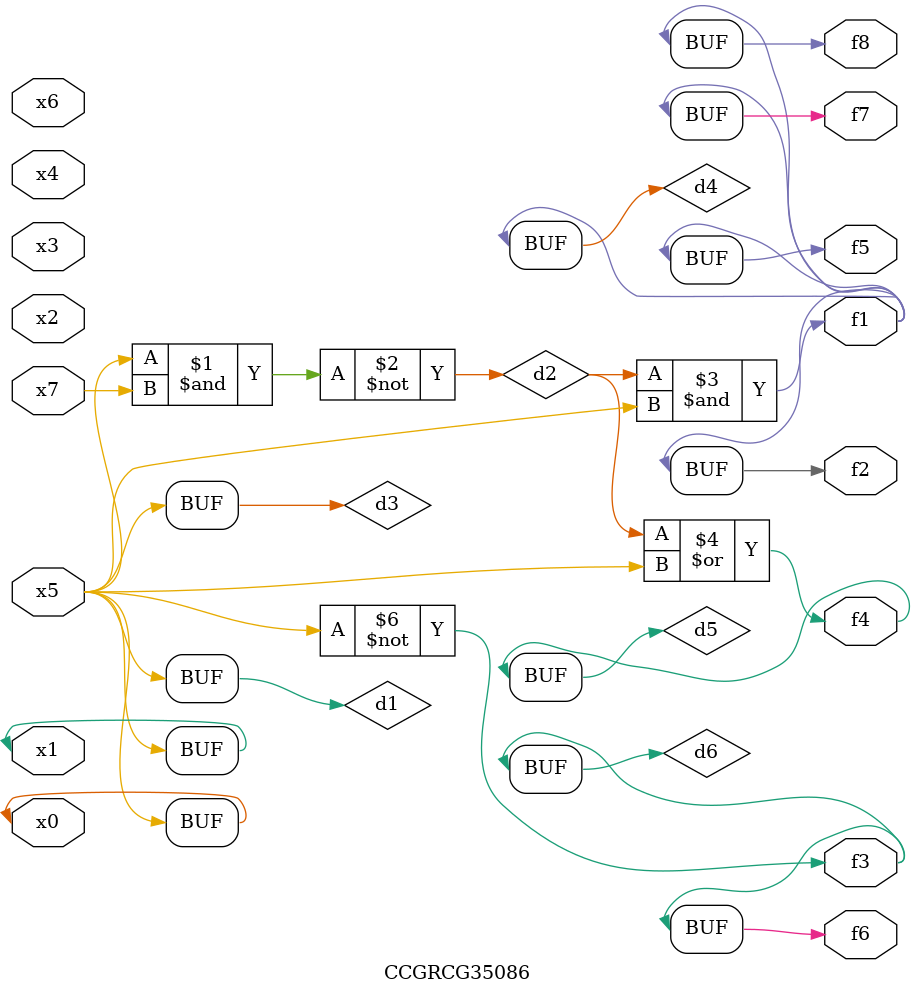
<source format=v>
module CCGRCG35086(
	input x0, x1, x2, x3, x4, x5, x6, x7,
	output f1, f2, f3, f4, f5, f6, f7, f8
);

	wire d1, d2, d3, d4, d5, d6;

	buf (d1, x0, x5);
	nand (d2, x5, x7);
	buf (d3, x0, x1);
	and (d4, d2, d3);
	or (d5, d2, d3);
	nor (d6, d1, d3);
	assign f1 = d4;
	assign f2 = d4;
	assign f3 = d6;
	assign f4 = d5;
	assign f5 = d4;
	assign f6 = d6;
	assign f7 = d4;
	assign f8 = d4;
endmodule

</source>
